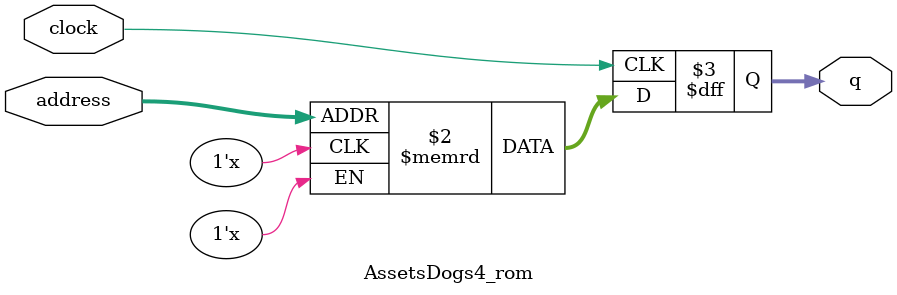
<source format=sv>
module AssetsDogs4_rom (
	input logic clock,
	input logic [13:0] address,
	output logic [3:0] q
);

logic [3:0] memory [0:9459] /* synthesis ram_init_file = "./AssetsDogs4/AssetsDogs4.mif" */;

always_ff @ (posedge clock) begin
	q <= memory[address];
end

endmodule

</source>
